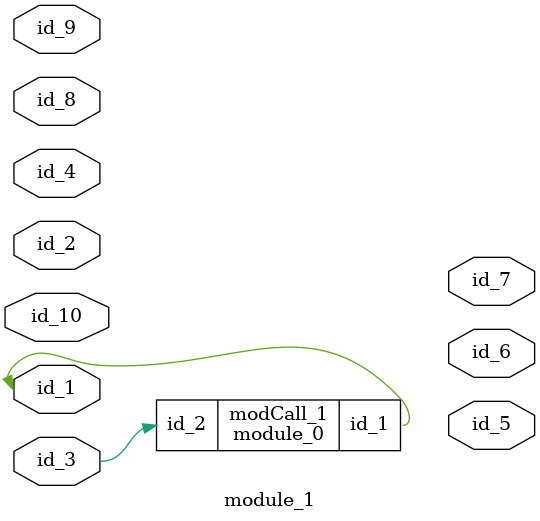
<source format=v>
module module_0 (
    id_1,
    id_2
);
  input wire id_2;
  output wire id_1;
  wire id_3;
endmodule
module module_1 (
    id_1,
    id_2,
    id_3,
    id_4,
    id_5,
    id_6,
    id_7,
    id_8,
    id_9,
    id_10
);
  input wire id_10;
  inout wire id_9;
  input wire id_8;
  output wire id_7;
  output wire id_6;
  output wire id_5;
  input wire id_4;
  inout wire id_3;
  input wire id_2;
  inout wire id_1;
  wire id_11;
  module_0 modCall_1 (
      id_1,
      id_3
  );
endmodule

</source>
